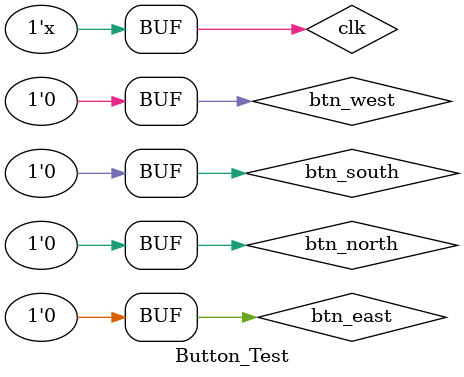
<source format=v>
`timescale 1ns / 1ps


module Button_Test;

	// Inputs
	reg clk;
	reg btn_north;
	reg btn_east;
	reg btn_south;
	reg btn_west;

	// Outputs
	wire btn_out;
	
	// Instantiate the Unit Under Test (UUT)
	Button uut (
		.clk(clk), 
		.btn_north(btn_north), 
		.btn_east(btn_east), 
		.btn_south(btn_south), 
		.btn_west(btn_west), 
		.btn_out(btn_out)
	);
	
	// simulate clock
	always begin
		#10 clk = !clk;
	end
	
	initial begin
		// Initialize Inputs
		clk = 0;
		btn_north = 0;
		btn_east = 0;
		btn_south = 0;
		btn_west = 0;
		
		#100;
		
		#20 btn_north = 1;
		#30 btn_north = 0;
		#20 btn_north = 1;
		#20 btn_north = 0;
		#10 btn_north = 1;
		
		#300;
		
	   btn_north = 0;
		#30 btn_north = 1;
		#10 btn_north = 0;
		
//		#100;
	end
	
endmodule


</source>
